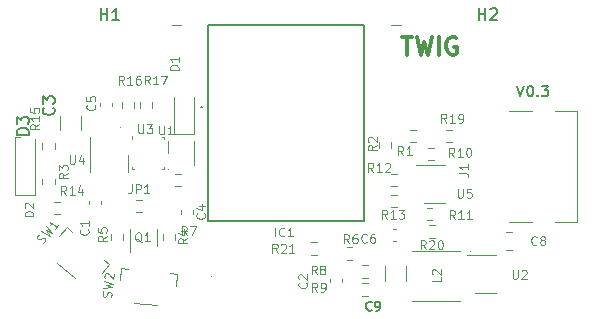
<source format=gto>
G04 #@! TF.GenerationSoftware,KiCad,Pcbnew,(6.0.0)*
G04 #@! TF.CreationDate,2022-02-21T14:52:46-06:00*
G04 #@! TF.ProjectId,temp sensor,74656d70-2073-4656-9e73-6f722e6b6963,0.3*
G04 #@! TF.SameCoordinates,Original*
G04 #@! TF.FileFunction,Legend,Top*
G04 #@! TF.FilePolarity,Positive*
%FSLAX45Y45*%
G04 Gerber Fmt 4.5, Leading zero omitted, Abs format (unit mm)*
G04 Created by KiCad (PCBNEW (6.0.0)) date 2022-02-21 14:52:46*
%MOMM*%
%LPD*%
G01*
G04 APERTURE LIST*
%ADD10C,0.100000*%
%ADD11C,0.187500*%
%ADD12C,0.300000*%
%ADD13C,0.120000*%
%ADD14C,0.150000*%
%ADD15C,0.200000*%
G04 APERTURE END LIST*
D10*
X12749236Y-8982000D02*
G75*
G03*
X12749236Y-8982000I-2236J0D01*
G01*
X12633236Y-8932000D02*
G75*
G03*
X12633236Y-8932000I-2236J0D01*
G01*
X13038000Y-9290000D02*
G75*
G03*
X13038000Y-9290000I-2236J0D01*
G01*
X13403236Y-10196000D02*
G75*
G03*
X13403236Y-10196000I-2236J0D01*
G01*
X15599236Y-9982000D02*
G75*
G03*
X15599236Y-9982000I-2236J0D01*
G01*
X13144800Y-8064000D02*
X13072000Y-8064000D01*
X15007000Y-8064000D02*
X14924800Y-8064000D01*
D11*
X15987857Y-8580714D02*
X16017857Y-8670714D01*
X16047857Y-8580714D01*
X16095000Y-8580714D02*
X16103571Y-8580714D01*
X16112143Y-8585000D01*
X16116428Y-8589286D01*
X16120714Y-8597857D01*
X16125000Y-8615000D01*
X16125000Y-8636429D01*
X16120714Y-8653571D01*
X16116428Y-8662143D01*
X16112143Y-8666429D01*
X16103571Y-8670714D01*
X16095000Y-8670714D01*
X16086428Y-8666429D01*
X16082143Y-8662143D01*
X16077857Y-8653571D01*
X16073571Y-8636429D01*
X16073571Y-8615000D01*
X16077857Y-8597857D01*
X16082143Y-8589286D01*
X16086428Y-8585000D01*
X16095000Y-8580714D01*
X16163571Y-8662143D02*
X16167857Y-8666429D01*
X16163571Y-8670714D01*
X16159286Y-8666429D01*
X16163571Y-8662143D01*
X16163571Y-8670714D01*
X16197857Y-8580714D02*
X16253571Y-8580714D01*
X16223571Y-8615000D01*
X16236428Y-8615000D01*
X16245000Y-8619286D01*
X16249286Y-8623571D01*
X16253571Y-8632143D01*
X16253571Y-8653571D01*
X16249286Y-8662143D01*
X16245000Y-8666429D01*
X16236428Y-8670714D01*
X16210714Y-8670714D01*
X16202143Y-8666429D01*
X16197857Y-8662143D01*
D12*
X15018314Y-8167057D02*
X15104028Y-8167057D01*
X15061171Y-8317057D02*
X15061171Y-8167057D01*
X15139743Y-8167057D02*
X15175457Y-8317057D01*
X15204028Y-8209914D01*
X15232600Y-8317057D01*
X15268314Y-8167057D01*
X15325457Y-8317057D02*
X15325457Y-8167057D01*
X15475457Y-8174200D02*
X15461171Y-8167057D01*
X15439743Y-8167057D01*
X15418314Y-8174200D01*
X15404028Y-8188486D01*
X15396886Y-8202771D01*
X15389743Y-8231343D01*
X15389743Y-8252771D01*
X15396886Y-8281343D01*
X15404028Y-8295628D01*
X15418314Y-8309914D01*
X15439743Y-8317057D01*
X15454028Y-8317057D01*
X15475457Y-8309914D01*
X15482600Y-8302771D01*
X15482600Y-8252771D01*
X15454028Y-8252771D01*
D13*
G04 #@! TO.C,U5*
X15486715Y-9453491D02*
X15486715Y-9514205D01*
X15490286Y-9521348D01*
X15493858Y-9524919D01*
X15501001Y-9528491D01*
X15515286Y-9528491D01*
X15522429Y-9524919D01*
X15526001Y-9521348D01*
X15529572Y-9514205D01*
X15529572Y-9453491D01*
X15601001Y-9453491D02*
X15565286Y-9453491D01*
X15561715Y-9489205D01*
X15565286Y-9485633D01*
X15572429Y-9482062D01*
X15590286Y-9482062D01*
X15597429Y-9485633D01*
X15601001Y-9489205D01*
X15604572Y-9496348D01*
X15604572Y-9514205D01*
X15601001Y-9521348D01*
X15597429Y-9524919D01*
X15590286Y-9528491D01*
X15572429Y-9528491D01*
X15565286Y-9524919D01*
X15561715Y-9521348D01*
G04 #@! TO.C,U3*
X12783573Y-8907857D02*
X12783573Y-8968571D01*
X12787144Y-8975714D01*
X12790716Y-8979285D01*
X12797859Y-8982857D01*
X12812144Y-8982857D01*
X12819287Y-8979285D01*
X12822859Y-8975714D01*
X12826430Y-8968571D01*
X12826430Y-8907857D01*
X12855002Y-8907857D02*
X12901430Y-8907857D01*
X12876430Y-8936428D01*
X12887144Y-8936428D01*
X12894287Y-8939999D01*
X12897859Y-8943571D01*
X12901430Y-8950714D01*
X12901430Y-8968571D01*
X12897859Y-8975714D01*
X12894287Y-8979285D01*
X12887144Y-8982857D01*
X12865716Y-8982857D01*
X12858573Y-8979285D01*
X12855002Y-8975714D01*
G04 #@! TO.C,C2*
X14206586Y-10247500D02*
X14210157Y-10251071D01*
X14213728Y-10261786D01*
X14213728Y-10268929D01*
X14210157Y-10279643D01*
X14203014Y-10286786D01*
X14195871Y-10290357D01*
X14181586Y-10293929D01*
X14170871Y-10293929D01*
X14156586Y-10290357D01*
X14149443Y-10286786D01*
X14142300Y-10279643D01*
X14138728Y-10268929D01*
X14138728Y-10261786D01*
X14142300Y-10251071D01*
X14145871Y-10247500D01*
X14145871Y-10218929D02*
X14142300Y-10215357D01*
X14138728Y-10208214D01*
X14138728Y-10190357D01*
X14142300Y-10183214D01*
X14145871Y-10179643D01*
X14153014Y-10176071D01*
X14160157Y-10176071D01*
X14170871Y-10179643D01*
X14213728Y-10222500D01*
X14213728Y-10176071D01*
G04 #@! TO.C,L2*
X15341746Y-10198916D02*
X15341746Y-10234630D01*
X15266746Y-10234630D01*
X15273889Y-10177487D02*
X15270318Y-10173916D01*
X15266746Y-10166773D01*
X15266746Y-10148916D01*
X15270318Y-10141773D01*
X15273889Y-10138202D01*
X15281032Y-10134630D01*
X15288175Y-10134630D01*
X15298889Y-10138202D01*
X15341746Y-10181059D01*
X15341746Y-10134630D01*
G04 #@! TO.C,R8*
X14292300Y-10178929D02*
X14267300Y-10143214D01*
X14249443Y-10178929D02*
X14249443Y-10103929D01*
X14278014Y-10103929D01*
X14285157Y-10107500D01*
X14288728Y-10111071D01*
X14292300Y-10118214D01*
X14292300Y-10128929D01*
X14288728Y-10136071D01*
X14285157Y-10139643D01*
X14278014Y-10143214D01*
X14249443Y-10143214D01*
X14335157Y-10136071D02*
X14328014Y-10132500D01*
X14324443Y-10128929D01*
X14320871Y-10121786D01*
X14320871Y-10118214D01*
X14324443Y-10111071D01*
X14328014Y-10107500D01*
X14335157Y-10103929D01*
X14349443Y-10103929D01*
X14356586Y-10107500D01*
X14360157Y-10111071D01*
X14363728Y-10118214D01*
X14363728Y-10121786D01*
X14360157Y-10128929D01*
X14356586Y-10132500D01*
X14349443Y-10136071D01*
X14335157Y-10136071D01*
X14328014Y-10139643D01*
X14324443Y-10143214D01*
X14320871Y-10150357D01*
X14320871Y-10164643D01*
X14324443Y-10171786D01*
X14328014Y-10175357D01*
X14335157Y-10178929D01*
X14349443Y-10178929D01*
X14356586Y-10175357D01*
X14360157Y-10171786D01*
X14363728Y-10164643D01*
X14363728Y-10150357D01*
X14360157Y-10143214D01*
X14356586Y-10139643D01*
X14349443Y-10136071D01*
G04 #@! TO.C,R1*
X15026078Y-9168785D02*
X15001078Y-9133070D01*
X14983221Y-9168785D02*
X14983221Y-9093785D01*
X15011792Y-9093785D01*
X15018935Y-9097356D01*
X15022506Y-9100927D01*
X15026078Y-9108070D01*
X15026078Y-9118785D01*
X15022506Y-9125927D01*
X15018935Y-9129499D01*
X15011792Y-9133070D01*
X14983221Y-9133070D01*
X15097506Y-9168785D02*
X15054649Y-9168785D01*
X15076078Y-9168785D02*
X15076078Y-9093785D01*
X15068935Y-9104499D01*
X15061792Y-9111642D01*
X15054649Y-9115213D01*
G04 #@! TO.C,R3*
X12183728Y-9322500D02*
X12148014Y-9347500D01*
X12183728Y-9365357D02*
X12108728Y-9365357D01*
X12108728Y-9336786D01*
X12112300Y-9329643D01*
X12115871Y-9326071D01*
X12123014Y-9322500D01*
X12133728Y-9322500D01*
X12140871Y-9326071D01*
X12144443Y-9329643D01*
X12148014Y-9336786D01*
X12148014Y-9365357D01*
X12108728Y-9297500D02*
X12108728Y-9251071D01*
X12137300Y-9276071D01*
X12137300Y-9265357D01*
X12140871Y-9258214D01*
X12144443Y-9254643D01*
X12151586Y-9251071D01*
X12169443Y-9251071D01*
X12176586Y-9254643D01*
X12180157Y-9258214D01*
X12183728Y-9265357D01*
X12183728Y-9286786D01*
X12180157Y-9293929D01*
X12176586Y-9297500D01*
G04 #@! TO.C,R15*
X11943728Y-8908214D02*
X11908014Y-8933214D01*
X11943728Y-8951071D02*
X11868728Y-8951071D01*
X11868728Y-8922500D01*
X11872300Y-8915357D01*
X11875871Y-8911786D01*
X11883014Y-8908214D01*
X11893728Y-8908214D01*
X11900871Y-8911786D01*
X11904443Y-8915357D01*
X11908014Y-8922500D01*
X11908014Y-8951071D01*
X11943728Y-8836786D02*
X11943728Y-8879643D01*
X11943728Y-8858214D02*
X11868728Y-8858214D01*
X11879443Y-8865357D01*
X11886586Y-8872500D01*
X11890157Y-8879643D01*
X11868728Y-8768929D02*
X11868728Y-8804643D01*
X11904443Y-8808214D01*
X11900871Y-8804643D01*
X11897300Y-8797500D01*
X11897300Y-8779643D01*
X11900871Y-8772500D01*
X11904443Y-8768929D01*
X11911586Y-8765357D01*
X11929443Y-8765357D01*
X11936586Y-8768929D01*
X11940157Y-8772500D01*
X11943728Y-8779643D01*
X11943728Y-8797500D01*
X11940157Y-8804643D01*
X11936586Y-8808214D01*
G04 #@! TO.C,R13*
X14889600Y-9706037D02*
X14864600Y-9670322D01*
X14846742Y-9706037D02*
X14846742Y-9631037D01*
X14875314Y-9631037D01*
X14882457Y-9634608D01*
X14886028Y-9638179D01*
X14889600Y-9645322D01*
X14889600Y-9656037D01*
X14886028Y-9663179D01*
X14882457Y-9666751D01*
X14875314Y-9670322D01*
X14846742Y-9670322D01*
X14961028Y-9706037D02*
X14918171Y-9706037D01*
X14939600Y-9706037D02*
X14939600Y-9631037D01*
X14932457Y-9641751D01*
X14925314Y-9648894D01*
X14918171Y-9652465D01*
X14986028Y-9631037D02*
X15032457Y-9631037D01*
X15007457Y-9659608D01*
X15018171Y-9659608D01*
X15025314Y-9663179D01*
X15028885Y-9666751D01*
X15032457Y-9673894D01*
X15032457Y-9691751D01*
X15028885Y-9698894D01*
X15025314Y-9702465D01*
X15018171Y-9706037D01*
X14996742Y-9706037D01*
X14989600Y-9702465D01*
X14986028Y-9698894D01*
G04 #@! TO.C,D1*
X13123818Y-8448787D02*
X13048818Y-8448787D01*
X13048818Y-8430930D01*
X13052390Y-8420216D01*
X13059533Y-8413073D01*
X13066676Y-8409501D01*
X13080961Y-8405930D01*
X13091676Y-8405930D01*
X13105961Y-8409501D01*
X13113104Y-8413073D01*
X13120247Y-8420216D01*
X13123818Y-8430930D01*
X13123818Y-8448787D01*
X13123818Y-8334501D02*
X13123818Y-8377358D01*
X13123818Y-8355930D02*
X13048818Y-8355930D01*
X13059533Y-8363073D01*
X13066676Y-8370216D01*
X13070247Y-8377358D01*
G04 #@! TO.C,U2*
X15951969Y-10140773D02*
X15951969Y-10201487D01*
X15955540Y-10208630D01*
X15959112Y-10212201D01*
X15966255Y-10215773D01*
X15980540Y-10215773D01*
X15987683Y-10212201D01*
X15991255Y-10208630D01*
X15994826Y-10201487D01*
X15994826Y-10140773D01*
X16026969Y-10147915D02*
X16030540Y-10144344D01*
X16037683Y-10140773D01*
X16055540Y-10140773D01*
X16062683Y-10144344D01*
X16066255Y-10147915D01*
X16069826Y-10155058D01*
X16069826Y-10162201D01*
X16066255Y-10172915D01*
X16023398Y-10215773D01*
X16069826Y-10215773D01*
G04 #@! TO.C,U1*
X12958579Y-8917763D02*
X12958579Y-8978477D01*
X12962150Y-8985620D01*
X12965722Y-8989191D01*
X12972865Y-8992763D01*
X12987150Y-8992763D01*
X12994293Y-8989191D01*
X12997865Y-8985620D01*
X13001436Y-8978477D01*
X13001436Y-8917763D01*
X13076436Y-8992763D02*
X13033579Y-8992763D01*
X13055008Y-8992763D02*
X13055008Y-8917763D01*
X13047865Y-8928477D01*
X13040722Y-8935620D01*
X13033579Y-8939191D01*
G04 #@! TO.C,C8*
X16157140Y-9922626D02*
X16153568Y-9926197D01*
X16142854Y-9929769D01*
X16135711Y-9929769D01*
X16124997Y-9926197D01*
X16117854Y-9919054D01*
X16114283Y-9911911D01*
X16110711Y-9897626D01*
X16110711Y-9886911D01*
X16114283Y-9872626D01*
X16117854Y-9865483D01*
X16124997Y-9858340D01*
X16135711Y-9854769D01*
X16142854Y-9854769D01*
X16153568Y-9858340D01*
X16157140Y-9861911D01*
X16199997Y-9886911D02*
X16192854Y-9883340D01*
X16189283Y-9879769D01*
X16185711Y-9872626D01*
X16185711Y-9869054D01*
X16189283Y-9861911D01*
X16192854Y-9858340D01*
X16199997Y-9854769D01*
X16214283Y-9854769D01*
X16221426Y-9858340D01*
X16224997Y-9861911D01*
X16228568Y-9869054D01*
X16228568Y-9872626D01*
X16224997Y-9879769D01*
X16221426Y-9883340D01*
X16214283Y-9886911D01*
X16199997Y-9886911D01*
X16192854Y-9890483D01*
X16189283Y-9894054D01*
X16185711Y-9901197D01*
X16185711Y-9915483D01*
X16189283Y-9922626D01*
X16192854Y-9926197D01*
X16199997Y-9929769D01*
X16214283Y-9929769D01*
X16221426Y-9926197D01*
X16224997Y-9922626D01*
X16228568Y-9915483D01*
X16228568Y-9901197D01*
X16224997Y-9894054D01*
X16221426Y-9890483D01*
X16214283Y-9886911D01*
G04 #@! TO.C,R11*
X15464656Y-9710863D02*
X15439656Y-9675148D01*
X15421798Y-9710863D02*
X15421798Y-9635863D01*
X15450370Y-9635863D01*
X15457513Y-9639434D01*
X15461084Y-9643005D01*
X15464656Y-9650148D01*
X15464656Y-9660863D01*
X15461084Y-9668005D01*
X15457513Y-9671577D01*
X15450370Y-9675148D01*
X15421798Y-9675148D01*
X15536084Y-9710863D02*
X15493227Y-9710863D01*
X15514656Y-9710863D02*
X15514656Y-9635863D01*
X15507513Y-9646577D01*
X15500370Y-9653720D01*
X15493227Y-9657291D01*
X15607513Y-9710863D02*
X15564656Y-9710863D01*
X15586084Y-9710863D02*
X15586084Y-9635863D01*
X15578941Y-9646577D01*
X15571798Y-9653720D01*
X15564656Y-9657291D01*
G04 #@! TO.C,R14*
X12171586Y-9503929D02*
X12146586Y-9468214D01*
X12128728Y-9503929D02*
X12128728Y-9428929D01*
X12157300Y-9428929D01*
X12164443Y-9432500D01*
X12168014Y-9436071D01*
X12171586Y-9443214D01*
X12171586Y-9453929D01*
X12168014Y-9461071D01*
X12164443Y-9464643D01*
X12157300Y-9468214D01*
X12128728Y-9468214D01*
X12243014Y-9503929D02*
X12200157Y-9503929D01*
X12221586Y-9503929D02*
X12221586Y-9428929D01*
X12214443Y-9439643D01*
X12207300Y-9446786D01*
X12200157Y-9450357D01*
X12307300Y-9453929D02*
X12307300Y-9503929D01*
X12289443Y-9425357D02*
X12271586Y-9478929D01*
X12318014Y-9478929D01*
G04 #@! TO.C,R12*
X14773194Y-9308993D02*
X14748194Y-9273278D01*
X14730336Y-9308993D02*
X14730336Y-9233993D01*
X14758908Y-9233993D01*
X14766051Y-9237564D01*
X14769622Y-9241135D01*
X14773194Y-9248278D01*
X14773194Y-9258993D01*
X14769622Y-9266135D01*
X14766051Y-9269707D01*
X14758908Y-9273278D01*
X14730336Y-9273278D01*
X14844622Y-9308993D02*
X14801765Y-9308993D01*
X14823194Y-9308993D02*
X14823194Y-9233993D01*
X14816051Y-9244707D01*
X14808908Y-9251850D01*
X14801765Y-9255421D01*
X14873194Y-9241135D02*
X14876765Y-9237564D01*
X14883908Y-9233993D01*
X14901765Y-9233993D01*
X14908908Y-9237564D01*
X14912479Y-9241135D01*
X14916051Y-9248278D01*
X14916051Y-9255421D01*
X14912479Y-9266135D01*
X14869622Y-9308993D01*
X14916051Y-9308993D01*
G04 #@! TO.C,JP1*
X12727300Y-9415929D02*
X12727300Y-9469500D01*
X12723728Y-9480214D01*
X12716586Y-9487357D01*
X12705871Y-9490929D01*
X12698728Y-9490929D01*
X12763014Y-9490929D02*
X12763014Y-9415929D01*
X12791586Y-9415929D01*
X12798728Y-9419500D01*
X12802300Y-9423071D01*
X12805871Y-9430214D01*
X12805871Y-9440929D01*
X12802300Y-9448071D01*
X12798728Y-9451643D01*
X12791586Y-9455214D01*
X12763014Y-9455214D01*
X12877300Y-9490929D02*
X12834443Y-9490929D01*
X12855871Y-9490929D02*
X12855871Y-9415929D01*
X12848728Y-9426643D01*
X12841586Y-9433786D01*
X12834443Y-9437357D01*
G04 #@! TO.C,R17*
X12880386Y-8569853D02*
X12855386Y-8534138D01*
X12837528Y-8569853D02*
X12837528Y-8494853D01*
X12866100Y-8494853D01*
X12873243Y-8498424D01*
X12876814Y-8501995D01*
X12880386Y-8509138D01*
X12880386Y-8519853D01*
X12876814Y-8526995D01*
X12873243Y-8530567D01*
X12866100Y-8534138D01*
X12837528Y-8534138D01*
X12951814Y-8569853D02*
X12908957Y-8569853D01*
X12930386Y-8569853D02*
X12930386Y-8494853D01*
X12923243Y-8505567D01*
X12916100Y-8512710D01*
X12908957Y-8516281D01*
X12976814Y-8494853D02*
X13026814Y-8494853D01*
X12994671Y-8569853D01*
G04 #@! TO.C,R2*
X14800038Y-9085168D02*
X14764324Y-9110168D01*
X14800038Y-9128025D02*
X14725038Y-9128025D01*
X14725038Y-9099454D01*
X14728610Y-9092311D01*
X14732181Y-9088739D01*
X14739324Y-9085168D01*
X14750038Y-9085168D01*
X14757181Y-9088739D01*
X14760753Y-9092311D01*
X14764324Y-9099454D01*
X14764324Y-9128025D01*
X14732181Y-9056597D02*
X14728610Y-9053025D01*
X14725038Y-9045882D01*
X14725038Y-9028025D01*
X14728610Y-9020882D01*
X14732181Y-9017311D01*
X14739324Y-9013739D01*
X14746467Y-9013739D01*
X14757181Y-9017311D01*
X14800038Y-9060168D01*
X14800038Y-9013739D01*
G04 #@! TO.C,C4*
X13339942Y-9660264D02*
X13343513Y-9663835D01*
X13347084Y-9674550D01*
X13347084Y-9681693D01*
X13343513Y-9692407D01*
X13336370Y-9699550D01*
X13329227Y-9703121D01*
X13314942Y-9706693D01*
X13304227Y-9706693D01*
X13289942Y-9703121D01*
X13282799Y-9699550D01*
X13275656Y-9692407D01*
X13272084Y-9681693D01*
X13272084Y-9674550D01*
X13275656Y-9663835D01*
X13279227Y-9660264D01*
X13297084Y-9595978D02*
X13347084Y-9595978D01*
X13268513Y-9613835D02*
X13322084Y-9631693D01*
X13322084Y-9585264D01*
G04 #@! TO.C,J1*
X15501950Y-9321654D02*
X15555522Y-9321654D01*
X15566236Y-9325225D01*
X15573379Y-9332368D01*
X15576950Y-9343083D01*
X15576950Y-9350225D01*
X15576950Y-9246654D02*
X15576950Y-9289511D01*
X15576950Y-9268083D02*
X15501950Y-9268083D01*
X15512665Y-9275225D01*
X15519808Y-9282368D01*
X15523379Y-9289511D01*
G04 #@! TO.C,R5*
X12516678Y-9852480D02*
X12480964Y-9877480D01*
X12516678Y-9895337D02*
X12441678Y-9895337D01*
X12441678Y-9866766D01*
X12445250Y-9859623D01*
X12448821Y-9856051D01*
X12455964Y-9852480D01*
X12466678Y-9852480D01*
X12473821Y-9856051D01*
X12477393Y-9859623D01*
X12480964Y-9866766D01*
X12480964Y-9895337D01*
X12441678Y-9784623D02*
X12441678Y-9820337D01*
X12477393Y-9823909D01*
X12473821Y-9820337D01*
X12470250Y-9813194D01*
X12470250Y-9795337D01*
X12473821Y-9788194D01*
X12477393Y-9784623D01*
X12484536Y-9781051D01*
X12502393Y-9781051D01*
X12509536Y-9784623D01*
X12513107Y-9788194D01*
X12516678Y-9795337D01*
X12516678Y-9813194D01*
X12513107Y-9820337D01*
X12509536Y-9823909D01*
G04 #@! TO.C,R7*
X13193900Y-9845729D02*
X13168900Y-9810014D01*
X13151043Y-9845729D02*
X13151043Y-9770729D01*
X13179614Y-9770729D01*
X13186757Y-9774300D01*
X13190328Y-9777871D01*
X13193900Y-9785014D01*
X13193900Y-9795729D01*
X13190328Y-9802871D01*
X13186757Y-9806443D01*
X13179614Y-9810014D01*
X13151043Y-9810014D01*
X13218900Y-9770729D02*
X13268900Y-9770729D01*
X13236757Y-9845729D01*
G04 #@! TO.C,R19*
X15391586Y-8893929D02*
X15366586Y-8858214D01*
X15348728Y-8893929D02*
X15348728Y-8818929D01*
X15377300Y-8818929D01*
X15384443Y-8822500D01*
X15388014Y-8826071D01*
X15391586Y-8833214D01*
X15391586Y-8843929D01*
X15388014Y-8851071D01*
X15384443Y-8854643D01*
X15377300Y-8858214D01*
X15348728Y-8858214D01*
X15463014Y-8893929D02*
X15420157Y-8893929D01*
X15441586Y-8893929D02*
X15441586Y-8818929D01*
X15434443Y-8829643D01*
X15427300Y-8836786D01*
X15420157Y-8840357D01*
X15498728Y-8893929D02*
X15513014Y-8893929D01*
X15520157Y-8890357D01*
X15523728Y-8886786D01*
X15530871Y-8876071D01*
X15534443Y-8861786D01*
X15534443Y-8833214D01*
X15530871Y-8826071D01*
X15527300Y-8822500D01*
X15520157Y-8818929D01*
X15505871Y-8818929D01*
X15498728Y-8822500D01*
X15495157Y-8826071D01*
X15491586Y-8833214D01*
X15491586Y-8851071D01*
X15495157Y-8858214D01*
X15498728Y-8861786D01*
X15505871Y-8865357D01*
X15520157Y-8865357D01*
X15527300Y-8861786D01*
X15530871Y-8858214D01*
X15534443Y-8851071D01*
G04 #@! TO.C,C6*
X14717300Y-9901786D02*
X14713728Y-9905357D01*
X14703014Y-9908929D01*
X14695871Y-9908929D01*
X14685157Y-9905357D01*
X14678014Y-9898214D01*
X14674443Y-9891071D01*
X14670871Y-9876786D01*
X14670871Y-9866071D01*
X14674443Y-9851786D01*
X14678014Y-9844643D01*
X14685157Y-9837500D01*
X14695871Y-9833929D01*
X14703014Y-9833929D01*
X14713728Y-9837500D01*
X14717300Y-9841071D01*
X14781586Y-9833929D02*
X14767300Y-9833929D01*
X14760157Y-9837500D01*
X14756586Y-9841071D01*
X14749443Y-9851786D01*
X14745871Y-9866071D01*
X14745871Y-9894643D01*
X14749443Y-9901786D01*
X14753014Y-9905357D01*
X14760157Y-9908929D01*
X14774443Y-9908929D01*
X14781586Y-9905357D01*
X14785157Y-9901786D01*
X14788728Y-9894643D01*
X14788728Y-9876786D01*
X14785157Y-9869643D01*
X14781586Y-9866071D01*
X14774443Y-9862500D01*
X14760157Y-9862500D01*
X14753014Y-9866071D01*
X14749443Y-9869643D01*
X14745871Y-9876786D01*
G04 #@! TO.C,SW2*
X12549738Y-10371625D02*
X12554410Y-10361343D01*
X12556276Y-10343584D01*
X12553471Y-10336107D01*
X12550293Y-10332182D01*
X12543562Y-10327883D01*
X12536458Y-10327136D01*
X12528981Y-10329942D01*
X12525056Y-10333120D01*
X12520758Y-10339851D01*
X12515713Y-10353685D01*
X12511414Y-10360415D01*
X12507489Y-10363594D01*
X12500012Y-10366399D01*
X12492908Y-10365652D01*
X12486178Y-10361354D01*
X12482999Y-10357429D01*
X12480194Y-10349952D01*
X12482060Y-10332192D01*
X12486732Y-10321910D01*
X12485794Y-10296674D02*
X12562249Y-10286754D01*
X12510465Y-10266947D01*
X12565236Y-10258339D01*
X12492513Y-10232740D01*
X12502230Y-10208624D02*
X12499052Y-10204698D01*
X12496246Y-10197221D01*
X12498113Y-10179462D01*
X12502412Y-10172732D01*
X12506337Y-10169553D01*
X12513814Y-10166748D01*
X12520917Y-10167495D01*
X12531200Y-10172166D01*
X12569342Y-10219269D01*
X12574195Y-10173094D01*
G04 #@! TO.C,R4*
X13196282Y-9872334D02*
X13160568Y-9897334D01*
X13196282Y-9915191D02*
X13121282Y-9915191D01*
X13121282Y-9886620D01*
X13124854Y-9879477D01*
X13128425Y-9875905D01*
X13135568Y-9872334D01*
X13146282Y-9872334D01*
X13153425Y-9875905D01*
X13156997Y-9879477D01*
X13160568Y-9886620D01*
X13160568Y-9915191D01*
X13146282Y-9808048D02*
X13196282Y-9808048D01*
X13117711Y-9825905D02*
X13171282Y-9843763D01*
X13171282Y-9797334D01*
G04 #@! TO.C,C5*
X12411786Y-8742500D02*
X12415357Y-8746071D01*
X12418928Y-8756786D01*
X12418928Y-8763929D01*
X12415357Y-8774643D01*
X12408214Y-8781786D01*
X12401071Y-8785357D01*
X12386786Y-8788929D01*
X12376071Y-8788929D01*
X12361786Y-8785357D01*
X12354643Y-8781786D01*
X12347500Y-8774643D01*
X12343928Y-8763929D01*
X12343928Y-8756786D01*
X12347500Y-8746071D01*
X12351071Y-8742500D01*
X12343928Y-8674643D02*
X12343928Y-8710357D01*
X12379643Y-8713929D01*
X12376071Y-8710357D01*
X12372500Y-8703214D01*
X12372500Y-8685357D01*
X12376071Y-8678214D01*
X12379643Y-8674643D01*
X12386786Y-8671071D01*
X12404643Y-8671071D01*
X12411786Y-8674643D01*
X12415357Y-8678214D01*
X12418928Y-8685357D01*
X12418928Y-8703214D01*
X12415357Y-8710357D01*
X12411786Y-8713929D01*
G04 #@! TO.C,R9*
X14297300Y-10323929D02*
X14272300Y-10288214D01*
X14254443Y-10323929D02*
X14254443Y-10248929D01*
X14283014Y-10248929D01*
X14290157Y-10252500D01*
X14293728Y-10256071D01*
X14297300Y-10263214D01*
X14297300Y-10273929D01*
X14293728Y-10281071D01*
X14290157Y-10284643D01*
X14283014Y-10288214D01*
X14254443Y-10288214D01*
X14333014Y-10323929D02*
X14347300Y-10323929D01*
X14354443Y-10320357D01*
X14358014Y-10316786D01*
X14365157Y-10306071D01*
X14368728Y-10291786D01*
X14368728Y-10263214D01*
X14365157Y-10256071D01*
X14361586Y-10252500D01*
X14354443Y-10248929D01*
X14340157Y-10248929D01*
X14333014Y-10252500D01*
X14329443Y-10256071D01*
X14325871Y-10263214D01*
X14325871Y-10281071D01*
X14329443Y-10288214D01*
X14333014Y-10291786D01*
X14340157Y-10295357D01*
X14354443Y-10295357D01*
X14361586Y-10291786D01*
X14365157Y-10288214D01*
X14368728Y-10281071D01*
G04 #@! TO.C,Q1*
X12812157Y-9904927D02*
X12805014Y-9901356D01*
X12797871Y-9894213D01*
X12787157Y-9883499D01*
X12780014Y-9879927D01*
X12772871Y-9879927D01*
X12776443Y-9897785D02*
X12769300Y-9894213D01*
X12762157Y-9887070D01*
X12758586Y-9872785D01*
X12758586Y-9847785D01*
X12762157Y-9833499D01*
X12769300Y-9826356D01*
X12776443Y-9822785D01*
X12790728Y-9822785D01*
X12797871Y-9826356D01*
X12805014Y-9833499D01*
X12808586Y-9847785D01*
X12808586Y-9872785D01*
X12805014Y-9887070D01*
X12797871Y-9894213D01*
X12790728Y-9897785D01*
X12776443Y-9897785D01*
X12880014Y-9897785D02*
X12837157Y-9897785D01*
X12858586Y-9897785D02*
X12858586Y-9822785D01*
X12851443Y-9833499D01*
X12844300Y-9840642D01*
X12837157Y-9844213D01*
G04 #@! TO.C,D2*
X11895028Y-9686657D02*
X11820028Y-9686657D01*
X11820028Y-9668800D01*
X11823600Y-9658086D01*
X11830743Y-9650943D01*
X11837886Y-9647371D01*
X11852171Y-9643800D01*
X11862886Y-9643800D01*
X11877171Y-9647371D01*
X11884314Y-9650943D01*
X11891457Y-9658086D01*
X11895028Y-9668800D01*
X11895028Y-9686657D01*
X11827171Y-9615229D02*
X11823600Y-9611657D01*
X11820028Y-9604514D01*
X11820028Y-9586657D01*
X11823600Y-9579514D01*
X11827171Y-9575943D01*
X11834314Y-9572371D01*
X11841457Y-9572371D01*
X11852171Y-9575943D01*
X11895028Y-9618800D01*
X11895028Y-9572371D01*
G04 #@! TO.C,C1*
X12355380Y-9796876D02*
X12358951Y-9800447D01*
X12362522Y-9811162D01*
X12362522Y-9818305D01*
X12358951Y-9829019D01*
X12351808Y-9836162D01*
X12344665Y-9839733D01*
X12330380Y-9843305D01*
X12319665Y-9843305D01*
X12305380Y-9839733D01*
X12298237Y-9836162D01*
X12291094Y-9829019D01*
X12287522Y-9818305D01*
X12287522Y-9811162D01*
X12291094Y-9800447D01*
X12294665Y-9796876D01*
X12362522Y-9725447D02*
X12362522Y-9768305D01*
X12362522Y-9746876D02*
X12287522Y-9746876D01*
X12298237Y-9754019D01*
X12305380Y-9761162D01*
X12308951Y-9768305D01*
G04 #@! TO.C,U4*
X12202657Y-9168929D02*
X12202657Y-9229643D01*
X12206228Y-9236786D01*
X12209800Y-9240357D01*
X12216943Y-9243929D01*
X12231228Y-9243929D01*
X12238371Y-9240357D01*
X12241943Y-9236786D01*
X12245514Y-9229643D01*
X12245514Y-9168929D01*
X12313371Y-9193929D02*
X12313371Y-9243929D01*
X12295514Y-9165357D02*
X12277657Y-9218929D01*
X12324086Y-9218929D01*
G04 #@! TO.C,R16*
X12660930Y-8570869D02*
X12635930Y-8535154D01*
X12618072Y-8570869D02*
X12618072Y-8495869D01*
X12646644Y-8495869D01*
X12653787Y-8499440D01*
X12657358Y-8503011D01*
X12660930Y-8510154D01*
X12660930Y-8520869D01*
X12657358Y-8528011D01*
X12653787Y-8531583D01*
X12646644Y-8535154D01*
X12618072Y-8535154D01*
X12732358Y-8570869D02*
X12689501Y-8570869D01*
X12710930Y-8570869D02*
X12710930Y-8495869D01*
X12703787Y-8506583D01*
X12696644Y-8513726D01*
X12689501Y-8517297D01*
X12796644Y-8495869D02*
X12782358Y-8495869D01*
X12775215Y-8499440D01*
X12771644Y-8503011D01*
X12764501Y-8513726D01*
X12760930Y-8528011D01*
X12760930Y-8556583D01*
X12764501Y-8563726D01*
X12768072Y-8567297D01*
X12775215Y-8570869D01*
X12789501Y-8570869D01*
X12796644Y-8567297D01*
X12800215Y-8563726D01*
X12803787Y-8556583D01*
X12803787Y-8538726D01*
X12800215Y-8531583D01*
X12796644Y-8528011D01*
X12789501Y-8524440D01*
X12775215Y-8524440D01*
X12768072Y-8528011D01*
X12764501Y-8531583D01*
X12760930Y-8538726D01*
G04 #@! TO.C,R6*
X14567300Y-9913929D02*
X14542300Y-9878214D01*
X14524443Y-9913929D02*
X14524443Y-9838929D01*
X14553014Y-9838929D01*
X14560157Y-9842500D01*
X14563728Y-9846071D01*
X14567300Y-9853214D01*
X14567300Y-9863929D01*
X14563728Y-9871071D01*
X14560157Y-9874643D01*
X14553014Y-9878214D01*
X14524443Y-9878214D01*
X14631586Y-9838929D02*
X14617300Y-9838929D01*
X14610157Y-9842500D01*
X14606586Y-9846071D01*
X14599443Y-9856786D01*
X14595871Y-9871071D01*
X14595871Y-9899643D01*
X14599443Y-9906786D01*
X14603014Y-9910357D01*
X14610157Y-9913929D01*
X14624443Y-9913929D01*
X14631586Y-9910357D01*
X14635157Y-9906786D01*
X14638728Y-9899643D01*
X14638728Y-9881786D01*
X14635157Y-9874643D01*
X14631586Y-9871071D01*
X14624443Y-9867500D01*
X14610157Y-9867500D01*
X14603014Y-9871071D01*
X14599443Y-9874643D01*
X14595871Y-9881786D01*
G04 #@! TO.C,SW1*
X11972267Y-9911979D02*
X11981991Y-9906236D01*
X11993707Y-9892759D01*
X11995698Y-9885025D01*
X11995345Y-9879987D01*
X11992297Y-9872605D01*
X11986907Y-9867919D01*
X11979173Y-9865928D01*
X11974134Y-9866281D01*
X11966753Y-9869328D01*
X11954685Y-9877767D01*
X11947304Y-9880815D01*
X11942265Y-9881167D01*
X11934531Y-9879176D01*
X11929141Y-9874490D01*
X11926093Y-9867108D01*
X11925741Y-9862070D01*
X11927731Y-9854336D01*
X11939447Y-9840859D01*
X11949171Y-9835116D01*
X11962877Y-9813905D02*
X12031196Y-9849633D01*
X12000137Y-9803705D01*
X12049940Y-9828070D01*
X12005053Y-9765388D01*
X12106174Y-9763380D02*
X12078057Y-9795725D01*
X12092116Y-9779553D02*
X12035512Y-9730348D01*
X12038912Y-9742768D01*
X12039617Y-9752845D01*
X12037626Y-9760579D01*
G04 #@! TO.C,R10*
X15458740Y-9183009D02*
X15433740Y-9147294D01*
X15415882Y-9183009D02*
X15415882Y-9108009D01*
X15444454Y-9108009D01*
X15451597Y-9111580D01*
X15455168Y-9115151D01*
X15458740Y-9122294D01*
X15458740Y-9133009D01*
X15455168Y-9140151D01*
X15451597Y-9143723D01*
X15444454Y-9147294D01*
X15415882Y-9147294D01*
X15530168Y-9183009D02*
X15487311Y-9183009D01*
X15508740Y-9183009D02*
X15508740Y-9108009D01*
X15501597Y-9118723D01*
X15494454Y-9125866D01*
X15487311Y-9129437D01*
X15576597Y-9108009D02*
X15583740Y-9108009D01*
X15590882Y-9111580D01*
X15594454Y-9115151D01*
X15598025Y-9122294D01*
X15601597Y-9136580D01*
X15601597Y-9154437D01*
X15598025Y-9168723D01*
X15594454Y-9175866D01*
X15590882Y-9179437D01*
X15583740Y-9183009D01*
X15576597Y-9183009D01*
X15569454Y-9179437D01*
X15565882Y-9175866D01*
X15562311Y-9168723D01*
X15558740Y-9154437D01*
X15558740Y-9136580D01*
X15562311Y-9122294D01*
X15565882Y-9115151D01*
X15569454Y-9111580D01*
X15576597Y-9108009D01*
G04 #@! TO.C,R20*
X15217514Y-9963085D02*
X15192514Y-9927370D01*
X15174656Y-9963085D02*
X15174656Y-9888085D01*
X15203228Y-9888085D01*
X15210371Y-9891656D01*
X15213942Y-9895227D01*
X15217514Y-9902370D01*
X15217514Y-9913085D01*
X15213942Y-9920227D01*
X15210371Y-9923799D01*
X15203228Y-9927370D01*
X15174656Y-9927370D01*
X15246085Y-9895227D02*
X15249656Y-9891656D01*
X15256799Y-9888085D01*
X15274656Y-9888085D01*
X15281799Y-9891656D01*
X15285371Y-9895227D01*
X15288942Y-9902370D01*
X15288942Y-9909513D01*
X15285371Y-9920227D01*
X15242514Y-9963085D01*
X15288942Y-9963085D01*
X15335371Y-9888085D02*
X15342514Y-9888085D01*
X15349656Y-9891656D01*
X15353228Y-9895227D01*
X15356799Y-9902370D01*
X15360371Y-9916656D01*
X15360371Y-9934513D01*
X15356799Y-9948799D01*
X15353228Y-9955942D01*
X15349656Y-9959513D01*
X15342514Y-9963085D01*
X15335371Y-9963085D01*
X15328228Y-9959513D01*
X15324656Y-9955942D01*
X15321085Y-9948799D01*
X15317514Y-9934513D01*
X15317514Y-9916656D01*
X15321085Y-9902370D01*
X15324656Y-9895227D01*
X15328228Y-9891656D01*
X15335371Y-9888085D01*
D14*
G04 #@! TO.C,D3*
X11854534Y-8994078D02*
X11754534Y-8994078D01*
X11754534Y-8970268D01*
X11759296Y-8955982D01*
X11768820Y-8946458D01*
X11778344Y-8941697D01*
X11797391Y-8936935D01*
X11811677Y-8936935D01*
X11830724Y-8941697D01*
X11840248Y-8946458D01*
X11849772Y-8955982D01*
X11854534Y-8970268D01*
X11854534Y-8994078D01*
X11754534Y-8903601D02*
X11754534Y-8841697D01*
X11792629Y-8875030D01*
X11792629Y-8860744D01*
X11797391Y-8851220D01*
X11802153Y-8846458D01*
X11811677Y-8841697D01*
X11835486Y-8841697D01*
X11845010Y-8846458D01*
X11849772Y-8851220D01*
X11854534Y-8860744D01*
X11854534Y-8889316D01*
X11849772Y-8898839D01*
X11845010Y-8903601D01*
D13*
G04 #@! TO.C,IC1*
X13940936Y-9857219D02*
X13940936Y-9782219D01*
X14019507Y-9850076D02*
X14015936Y-9853647D01*
X14005221Y-9857219D01*
X13998078Y-9857219D01*
X13987364Y-9853647D01*
X13980221Y-9846504D01*
X13976650Y-9839361D01*
X13973078Y-9825076D01*
X13973078Y-9814361D01*
X13976650Y-9800076D01*
X13980221Y-9792933D01*
X13987364Y-9785790D01*
X13998078Y-9782219D01*
X14005221Y-9782219D01*
X14015936Y-9785790D01*
X14019507Y-9789361D01*
X14090936Y-9857219D02*
X14048078Y-9857219D01*
X14069507Y-9857219D02*
X14069507Y-9782219D01*
X14062364Y-9792933D01*
X14055221Y-9800076D01*
X14048078Y-9803647D01*
D10*
G04 #@! TO.C,R21*
X13961586Y-9993929D02*
X13936586Y-9958214D01*
X13918728Y-9993929D02*
X13918728Y-9918929D01*
X13947300Y-9918929D01*
X13954443Y-9922500D01*
X13958014Y-9926071D01*
X13961586Y-9933214D01*
X13961586Y-9943929D01*
X13958014Y-9951071D01*
X13954443Y-9954643D01*
X13947300Y-9958214D01*
X13918728Y-9958214D01*
X13990157Y-9926071D02*
X13993728Y-9922500D01*
X14000871Y-9918929D01*
X14018728Y-9918929D01*
X14025871Y-9922500D01*
X14029443Y-9926071D01*
X14033014Y-9933214D01*
X14033014Y-9940357D01*
X14029443Y-9951071D01*
X13986586Y-9993929D01*
X14033014Y-9993929D01*
X14104443Y-9993929D02*
X14061586Y-9993929D01*
X14083014Y-9993929D02*
X14083014Y-9918929D01*
X14075871Y-9929643D01*
X14068728Y-9936786D01*
X14061586Y-9940357D01*
D14*
G04 #@! TO.C,H2*
X15664009Y-8025238D02*
X15664009Y-7925238D01*
X15664009Y-7972857D02*
X15721152Y-7972857D01*
X15721152Y-8025238D02*
X15721152Y-7925238D01*
X15764009Y-7934762D02*
X15768771Y-7930000D01*
X15778295Y-7925238D01*
X15802105Y-7925238D01*
X15811628Y-7930000D01*
X15816390Y-7934762D01*
X15821152Y-7944286D01*
X15821152Y-7953809D01*
X15816390Y-7968095D01*
X15759248Y-8025238D01*
X15821152Y-8025238D01*
G04 #@! TO.C,H1*
X12463609Y-8025238D02*
X12463609Y-7925238D01*
X12463609Y-7972857D02*
X12520752Y-7972857D01*
X12520752Y-8025238D02*
X12520752Y-7925238D01*
X12620752Y-8025238D02*
X12563609Y-8025238D01*
X12592181Y-8025238D02*
X12592181Y-7925238D01*
X12582657Y-7939524D01*
X12573133Y-7949048D01*
X12563609Y-7953809D01*
G04 #@! TO.C,C3*
X12064096Y-8766667D02*
X12068858Y-8771429D01*
X12073620Y-8785714D01*
X12073620Y-8795238D01*
X12068858Y-8809524D01*
X12059334Y-8819048D01*
X12049810Y-8823810D01*
X12030763Y-8828571D01*
X12016477Y-8828571D01*
X11997430Y-8823810D01*
X11987906Y-8819048D01*
X11978382Y-8809524D01*
X11973620Y-8795238D01*
X11973620Y-8785714D01*
X11978382Y-8771429D01*
X11983144Y-8766667D01*
X11973620Y-8733333D02*
X11973620Y-8671429D01*
X12011715Y-8704762D01*
X12011715Y-8690476D01*
X12016477Y-8680952D01*
X12021239Y-8676190D01*
X12030763Y-8671429D01*
X12054572Y-8671429D01*
X12064096Y-8676190D01*
X12068858Y-8680952D01*
X12073620Y-8690476D01*
X12073620Y-8719048D01*
X12068858Y-8728571D01*
X12064096Y-8733333D01*
G04 #@! TO.C,C9*
X14757300Y-10476786D02*
X14753728Y-10480357D01*
X14743014Y-10483929D01*
X14735871Y-10483929D01*
X14725157Y-10480357D01*
X14718014Y-10473214D01*
X14714443Y-10466071D01*
X14710871Y-10451786D01*
X14710871Y-10441071D01*
X14714443Y-10426786D01*
X14718014Y-10419643D01*
X14725157Y-10412500D01*
X14735871Y-10408929D01*
X14743014Y-10408929D01*
X14753728Y-10412500D01*
X14757300Y-10416071D01*
X14793014Y-10483929D02*
X14807300Y-10483929D01*
X14814443Y-10480357D01*
X14818014Y-10476786D01*
X14825157Y-10466071D01*
X14828728Y-10451786D01*
X14828728Y-10423214D01*
X14825157Y-10416071D01*
X14821586Y-10412500D01*
X14814443Y-10408929D01*
X14800157Y-10408929D01*
X14793014Y-10412500D01*
X14789443Y-10416071D01*
X14785871Y-10423214D01*
X14785871Y-10441071D01*
X14789443Y-10448214D01*
X14793014Y-10451786D01*
X14800157Y-10455357D01*
X14814443Y-10455357D01*
X14821586Y-10451786D01*
X14825157Y-10448214D01*
X14828728Y-10441071D01*
D13*
G04 #@! TO.C,U5*
X15201308Y-9575002D02*
X15381308Y-9575002D01*
X15381308Y-9253002D02*
X15136308Y-9253002D01*
D10*
G04 #@! TO.C,U3*
X12998200Y-9285700D02*
X12998200Y-9270700D01*
X12728200Y-9285700D02*
X12728200Y-9270700D01*
X12728200Y-9286700D02*
X12743200Y-9286700D01*
X12998200Y-9015700D02*
X12998200Y-9030700D01*
X12983200Y-9015700D02*
X12998200Y-9015700D01*
X12998200Y-9285700D02*
X12983200Y-9285700D01*
X12728200Y-9030700D02*
X12728200Y-9005700D01*
D13*
G04 #@! TO.C,C2*
X14408800Y-10215942D02*
X14408800Y-10244058D01*
X14510800Y-10215942D02*
X14510800Y-10244058D01*
G04 #@! TO.C,L2*
X15503300Y-9982100D02*
X15103300Y-9982100D01*
X15503300Y-10402100D02*
X15103300Y-10402100D01*
G04 #@! TO.C,R8*
X14676074Y-10101950D02*
X14723526Y-10101950D01*
X14676074Y-10206450D02*
X14723526Y-10206450D01*
G04 #@! TO.C,R1*
X15087050Y-8955972D02*
X15134502Y-8955972D01*
X15087050Y-9060472D02*
X15134502Y-9060472D01*
G04 #@! TO.C,R3*
X12074750Y-9413726D02*
X12074750Y-9366274D01*
X11970250Y-9413726D02*
X11970250Y-9366274D01*
G04 #@! TO.C,R15*
X11970250Y-9113726D02*
X11970250Y-9066274D01*
X12074750Y-9113726D02*
X12074750Y-9066274D01*
G04 #@! TO.C,R13*
X14972388Y-9608746D02*
X14924936Y-9608746D01*
X14972388Y-9504246D02*
X14924936Y-9504246D01*
G04 #@! TO.C,D1*
X13257500Y-8992500D02*
X13257500Y-8677500D01*
X13087500Y-8992500D02*
X13257500Y-8992500D01*
X13087500Y-8992500D02*
X13087500Y-8677500D01*
G04 #@! TO.C,U2*
X15632600Y-10334970D02*
X15812600Y-10334970D01*
X15812600Y-10012970D02*
X15567600Y-10012970D01*
G04 #@! TO.C,U1*
X13253600Y-9250700D02*
X13253600Y-9050700D01*
X13031600Y-9150700D02*
X13031600Y-9050700D01*
G04 #@! TO.C,C8*
X15894595Y-9968324D02*
X15946845Y-9968324D01*
X15894595Y-9821324D02*
X15946845Y-9821324D01*
G04 #@! TO.C,R11*
X15272870Y-9614990D02*
X15225418Y-9614990D01*
X15272870Y-9719490D02*
X15225418Y-9719490D01*
G04 #@! TO.C,R14*
X12071274Y-9565250D02*
X12118726Y-9565250D01*
X12071274Y-9669750D02*
X12118726Y-9669750D01*
G04 #@! TO.C,R12*
X14973150Y-9432216D02*
X14925698Y-9432216D01*
X14973150Y-9327716D02*
X14925698Y-9327716D01*
G04 #@! TO.C,JP1*
X12766074Y-9652250D02*
X12813526Y-9652250D01*
X12766074Y-9547750D02*
X12813526Y-9547750D01*
G04 #@! TO.C,R17*
X12900850Y-8768026D02*
X12900850Y-8720574D01*
X12796350Y-8768026D02*
X12796350Y-8720574D01*
G04 #@! TO.C,R2*
X14821026Y-9106948D02*
X14821026Y-9059496D01*
X14925526Y-9106948D02*
X14925526Y-9059496D01*
G04 #@! TO.C,C4*
X13144000Y-9664058D02*
X13144000Y-9635942D01*
X13246000Y-9664058D02*
X13246000Y-9635942D01*
G04 #@! TO.C,J1*
X15919696Y-8794396D02*
X16119696Y-8794396D01*
X15919696Y-9734396D02*
X16119696Y-9734396D01*
X16309696Y-9734396D02*
X16499696Y-9734396D01*
X16499696Y-9734396D02*
X16499696Y-8794396D01*
X16309696Y-8794396D02*
X16499696Y-8794396D01*
G04 #@! TO.C,R5*
X12657050Y-9883726D02*
X12657050Y-9836274D01*
X12552550Y-9883726D02*
X12552550Y-9836274D01*
G04 #@! TO.C,R7*
X13141226Y-9327750D02*
X13093774Y-9327750D01*
X13141226Y-9432250D02*
X13093774Y-9432250D01*
G04 #@! TO.C,R19*
X15390772Y-8955606D02*
X15438224Y-8955606D01*
X15390772Y-9060106D02*
X15438224Y-9060106D01*
G04 #@! TO.C,C6*
X14963858Y-9899384D02*
X14935742Y-9899384D01*
X14963858Y-9797384D02*
X14935742Y-9797384D01*
G04 #@! TO.C,SW2*
X12695838Y-10131094D02*
X12636166Y-10124823D01*
X12746132Y-10417923D02*
X12945036Y-10438828D01*
X12636166Y-10124823D02*
X12625714Y-10224275D01*
X13113537Y-10174996D02*
X13103084Y-10274448D01*
X13053866Y-10168725D02*
X13113537Y-10174996D01*
G04 #@! TO.C,R4*
X12992550Y-9836274D02*
X12992550Y-9883726D01*
X13097050Y-9836274D02*
X13097050Y-9883726D01*
G04 #@! TO.C,C5*
X12461500Y-8725942D02*
X12461500Y-8754058D01*
X12563500Y-8725942D02*
X12563500Y-8754058D01*
G04 #@! TO.C,R9*
X14723526Y-10358850D02*
X14676074Y-10358850D01*
X14723526Y-10254350D02*
X14676074Y-10254350D01*
G04 #@! TO.C,Q1*
X12940800Y-9935000D02*
X12940800Y-9795000D01*
X12708800Y-9795000D02*
X12708800Y-9985000D01*
G04 #@! TO.C,D2*
X11909000Y-9509000D02*
X11737000Y-9509000D01*
X11737000Y-9017000D02*
X11737000Y-9509000D01*
X11909000Y-9028000D02*
X11909000Y-9509000D01*
X11783000Y-9017000D02*
X11737000Y-9017000D01*
G04 #@! TO.C,C1*
X12368800Y-9555942D02*
X12368800Y-9584058D01*
X12470800Y-9555942D02*
X12470800Y-9584058D01*
G04 #@! TO.C,U4*
X12372000Y-9013400D02*
X12372000Y-9313400D01*
X12694000Y-9163400D02*
X12694000Y-9313400D01*
G04 #@! TO.C,R16*
X12748450Y-8768026D02*
X12748450Y-8720574D01*
X12643950Y-8768026D02*
X12643950Y-8720574D01*
G04 #@! TO.C,R6*
X14548328Y-9949042D02*
X14595780Y-9949042D01*
X14548328Y-10053542D02*
X14595780Y-10053542D01*
G04 #@! TO.C,SW1*
X12537536Y-10092172D02*
X12471930Y-10167643D01*
X12175275Y-9777264D02*
X12109670Y-9852735D01*
X12492253Y-10052809D02*
X12537536Y-10092172D01*
X12220558Y-9816628D02*
X12175275Y-9777264D01*
X12097238Y-10080431D02*
X12248180Y-10211643D01*
G04 #@! TO.C,R10*
X15236086Y-9106736D02*
X15283538Y-9106736D01*
X15236086Y-9211236D02*
X15283538Y-9211236D01*
G04 #@! TO.C,R20*
X15291412Y-9868334D02*
X15243960Y-9868334D01*
X15291412Y-9763834D02*
X15243960Y-9763834D01*
D15*
G04 #@! TO.C,IC1*
X13373000Y-8064000D02*
X13373000Y-9724000D01*
X13373000Y-8064000D02*
X13373000Y-8064000D01*
X14693000Y-8564000D02*
X14693000Y-8564000D01*
X13373000Y-8064000D02*
X13373000Y-8064000D01*
X13373000Y-8564000D02*
X13373000Y-8564000D01*
X14693000Y-9724000D02*
X14693000Y-8064000D01*
X14693000Y-8064000D02*
X14693000Y-8064000D01*
X13313000Y-8764000D02*
X13313000Y-8764000D01*
X14693000Y-8064000D02*
X14693000Y-8564000D01*
X14693000Y-8064000D02*
X14693000Y-8064000D01*
X13373000Y-9724000D02*
X14693000Y-9724000D01*
X13313000Y-8764000D02*
X13313000Y-8764000D01*
X13373000Y-8564000D02*
X13373000Y-8064000D01*
X14693000Y-8064000D02*
X13373000Y-8064000D01*
X13323000Y-8764000D02*
X13323000Y-8764000D01*
X13313000Y-8764000D02*
G75*
G03*
X13323000Y-8764000I5000J0D01*
G01*
X13323000Y-8764000D02*
G75*
G03*
X13313000Y-8764000I-5000J0D01*
G01*
X13313000Y-8764000D02*
G75*
G03*
X13323000Y-8764000I5000J0D01*
G01*
D13*
G04 #@! TO.C,R21*
X14293526Y-10012250D02*
X14246074Y-10012250D01*
X14293526Y-9907750D02*
X14246074Y-9907750D01*
G04 #@! TO.C,C3*
X12300800Y-8954218D02*
X12300800Y-8833806D01*
X12118800Y-8954218D02*
X12118800Y-8833806D01*
G04 #@! TO.C,C9*
X15050800Y-10109794D02*
X15050800Y-10230206D01*
X14868800Y-10109794D02*
X14868800Y-10230206D01*
G04 #@! TD*
M02*

</source>
